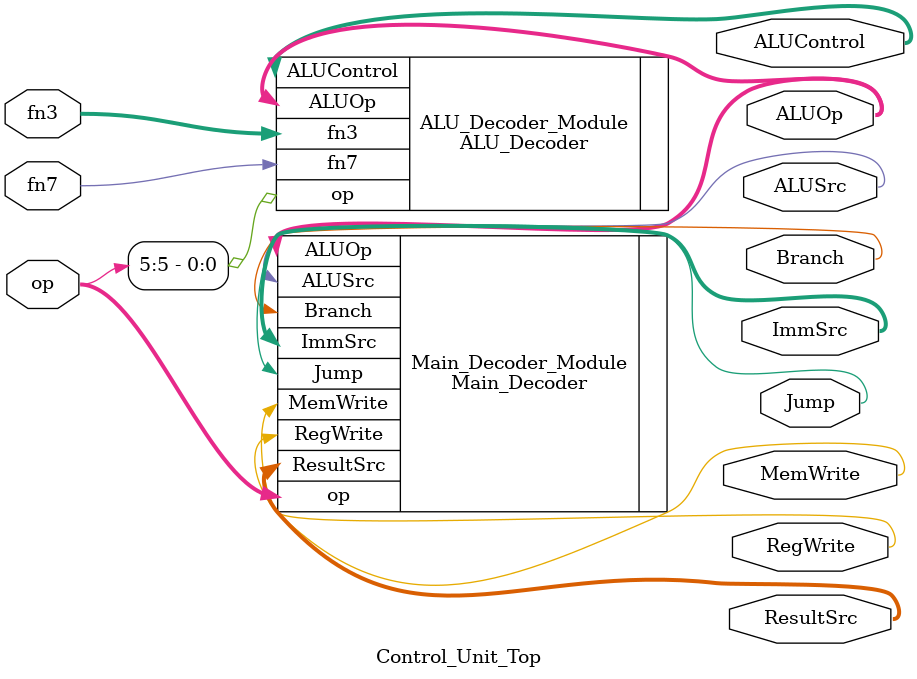
<source format=v>
module Control_Unit_Top(
input fn7,
input [2:0] fn3, 
input [6:0] op,
output MemWrite, ALUSrc, RegWrite, Branch, Jump, 
output [1:0] ResultSrc, ImmSrc, ALUOp,
output [2:0] ALUControl
);



    Main_Decoder Main_Decoder_Module(.op(op),
                                     .MemWrite(MemWrite), 
                                     .RegWrite(RegWrite), 
                                     .ALUSrc(ALUSrc), 
                                     .ResultSrc(ResultSrc),
                                     .ImmSrc(ImmSrc),
                                     .ALUOp(ALUOp),
                                     .Branch(Branch),
                                     .Jump(Jump)
                                     );
                               
    ALU_Decoder ALU_Decoder_Module(.op(op[5]), 
                                   .fn7(fn7),
                                   .ALUOp(ALUOp),
                                   .fn3(fn3),
                                   .ALUControl(ALUControl)
                                   );
                            

endmodule

</source>
